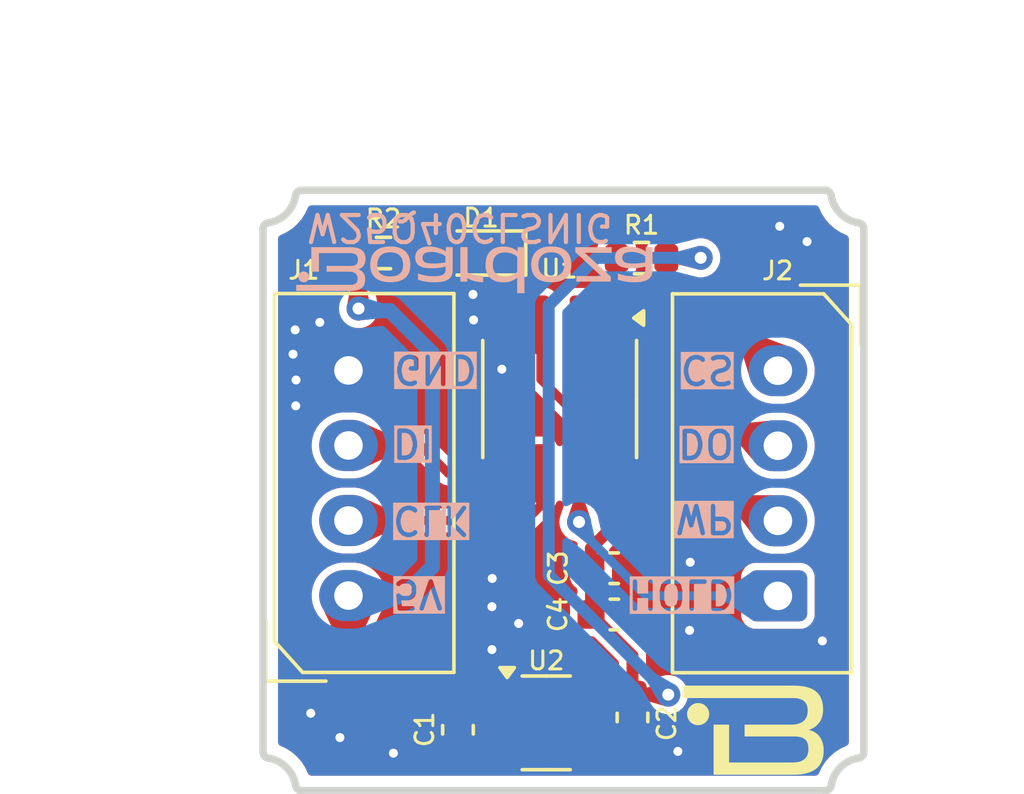
<source format=kicad_pcb>
(kicad_pcb (version 20240108) (generator "pcbnew") (generator_version "8.0")
  (layers (0 "F.Cu" signal) (31 "B.Cu" signal) (34 "B.Paste" user) (35 "F.Paste" user) (36 "B.SilkS" user "B.Silkscreen") (37 "F.SilkS" user "F.Silkscreen") (38 "B.Mask" user) (39 "F.Mask" user) (44 "Edge.Cuts" user))
  (net 0 "")
  (net 1 "+5V")
  (net 2 "GND")
  (net 3 "+3.3V")
  (net 4 "Net-(D1-A)")
  (net 5 "/DI")
  (net 6 "/{slash}HOLD")
  (net 7 "/DO")
  (net 8 "/{slash}CS")
  (net 9 "/{slash}WP")
  (net 10 "/CLK")
  (footprint "Resistor_SMD:R_0603_1608Metric" (layer "F.Cu") (at 159.21 80.65 180)
    (property "Reference" "R1")
    (property "Value" "10K" (hide yes))
  )
  (footprint "ConnectorsBoardoza:2317-04S_1x04_P2.50mm_Vertical" (layer "F.Cu") (at 149.455 91.89 90)
    (property "Reference" "J1")
    (property "Value" "Conn_01x04" (hide yes))
  )
  (footprint "Package_SO:SOIC-8_3.9x4.9mm_P1.27mm" (layer "F.Cu") (at 156.485 85.345 -90)
    (property "Reference" "U1")
    (property "Value" "W25Q40CLSNIG-TR" (hide yes))
  )
  (footprint "LED_SMD:LED_0603_1608Metric" (layer "F.Cu") (at 153.87 80.48 180)
    (property "Reference" "D1")
    (property "Value" "RED" (hide yes))
  )
  (footprint "Capacitor_SMD:C_0603_1608Metric" (layer "F.Cu") (at 158.3 90.98)
    (property "Reference" "C3")
    (property "Value" "100nF" (hide yes))
  )
  (footprint "Capacitor_SMD:C_0603_1608Metric" (layer "F.Cu") (at 158.91 95.95 -90)
    (property "Reference" "C2")
    (property "Value" "1uF" (hide yes))
  )
  (footprint "Resistor_SMD:R_0603_1608Metric" (layer "F.Cu") (at 150.62 80.48)
    (property "Reference" "R2")
    (property "Value" "10K" (hide yes))
  )
  (footprint "ConnectorsBoardoza:2317-04S_1x04_P2.50mm_Vertical" (layer "F.Cu") (at 163.75 84.4 -90)
    (property "Reference" "J2")
    (property "Value" "Conn_01x04" (hide yes))
  )
  (footprint "Package_TO_SOT_SMD:SOT-23-5" (layer "F.Cu") (at 156.0375 96.13)
    (property "Reference" "U2")
    (property "Value" "TLV73333PDBV" (hide yes))
  )
  (footprint "Capacitor_SMD:C_0603_1608Metric" (layer "F.Cu") (at 153.1 96.36 -90)
    (property "Reference" "C1")
    (property "Value" "1uF" (hide yes))
  )
  (footprint "Capacitor_SMD:C_0603_1608Metric" (layer "F.Cu") (at 158.305 92.52)
    (property "Reference" "C4")
    (property "Value" "10uF" (hide yes))
  )
  (gr_poly (pts (xy 158.967879 81.454462) (xy 159.045785 81.452938) (xy 159.08254 81.451029) (xy 159.117849 81.448349) (xy 159.151727 81.444896) (xy 159.184186 81.440667) (xy 159.215241 81.435657) (xy 159.244906 81.429864) (xy 159.273196 81.423285) (xy 159.300123 81.415915) (xy 159.325703 81.407751) (xy 159.349949 81.398791) (xy 159.372875 81.38903) (xy 159.394496 81.378466) (xy 159.414825 81.367095) (xy 159.433877 81.354913) (xy 159.451665 81.341917) (xy 159.468203 81.328103) (xy 159.483506 81.313469) (xy 159.497588 81.298012) (xy 159.510463 81.281726) (xy 159.522144 81.26461) (xy 159.532647 81.246659) (xy 159.541984 81.227871) (xy 159.55017 81.208242) (xy 159.557218 81.187768) (xy 159.563144 81.166447) (xy 159.567961 81.144274) (xy 159.571683 81.121247) (xy 159.574325 81.097361) (xy 159.575899 81.072615) (xy 159.576421 81.047003) (xy 159.576421 80.282358) (xy 159.348879 80.282358) (xy 159.348879 80.425234) (xy 159.326712 80.410747) (xy 159.302018 80.396155) (xy 159.274999 80.381603) (xy 159.245856 80.367232) (xy 159.214791 80.353187) (xy 159.182005 80.339611) (xy 159.147699 80.326647) (xy 159.112076 80.314439) (xy 159.075337 80.303131) (xy 159.037683 80.292865) (xy 158.999316 80.283784) (xy 158.960437 80.276034) (xy 158.921248 80.269755) (xy 158.881951 80.265094) (xy 158.842747 80.262191) (xy 158.803837 80.261192) (xy 158.760555 80.262155) (xy 158.717284 80.265176) (xy 158.674409 80.270453) (xy 158.632313 80.278183) (xy 158.611676 80.28303) (xy 158.591379 80.288564) (xy 158.571468 80.294811) (xy 158.551992 80.301794) (xy 158.532998 80.309539) (xy 158.514535 80.31807) (xy 158.49665 80.327412) (xy 158.479392 80.33759) (xy 158.462808 80.348629) (xy 158.446946 80.360552) (xy 158.431855 80.373385) (xy 158.417582 80.387153) (xy 158.404175 80.40188) (xy 158.391682 80.417591) (xy 158.380151 80.434311) (xy 158.369631 80.452064) (xy 158.360169 80.470875) (xy 158.351812 80.490769) (xy 158.34461 80.511771) (xy 158.33861 80.533904) (xy 158.333859 80.557195) (xy 158.330407 80.581667) (xy 158.3283 80.607346) (xy 158.327657 80.631609) (xy 158.571004 80.631609) (xy 158.571306 80.620129) (xy 158.572211 80.609006) (xy 158.573716 80.598241) (xy 158.57582 80.587834) (xy 158.578521 80.577785) (xy 158.581817 80.568095) (xy 158.585706 80.558765) (xy 158.590186 80.549795) (xy 158.595255 80.541185) (xy 158.600912 80.532936) (xy 158.607153 80.525049) (xy 158.613978 80.517523) (xy 158.621384 80.51036) (xy 158.62937 80.503559) (xy 158.637933 80.497122) (xy 158.647072 80.491049) (xy 158.667068 80.479996) (xy 158.689343 80.470404) (xy 158.713882 80.462278) (xy 158.740668 80.45562) (xy 158.769687 80.450435) (xy 158.800923 80.446726) (xy 158.83436 80.444498) (xy 158.869984 80.443755) (xy 158.900618 80.44443) (xy 158.931877 80.446427) (xy 158.963577 80.449702) (xy 158.995537 80.454214) (xy 159.027574 80.45992) (xy 159.059507 80.466777) (xy 159.091153 80.474742) (xy 159.12233 80.483773) (xy 159.152856 80.493827) (xy 159.182549 80.504862) (xy 159.211226 80.516835) (xy 159.238705 80.529703) (xy 159.264805 80.543424) (xy 159.289343 80.557955) (xy 159.312137 80.573253) (xy 159.333005 80.589276) (xy 159.333005 80.793005) (xy 159.291514 80.799914) (xy 159.246643 80.806606) (xy 159.198733 80.812864) (xy 159.148127 80.818471) (xy 159.095163 80.82321) (xy 159.040185 80.826863) (xy 158.983532 80.829214) (xy 158.925546 80.830046) (xy 158.881014 80.829504) (xy 158.839665 80.827814) (xy 158.801455 80.824884) (xy 158.783513 80.822925) (xy 158.766341 80.820621) (xy 158.749932 80.81796) (xy 158.734282 80.814931) (xy 158.719384 80.811522) (xy 158.705234 80.807722) (xy 158.691826 80.803519) (xy 158.679154 80.798901) (xy 158.667215 80.793857) (xy 158.656001 80.788374) (xy 158.645509 80.782443) (xy 158.635732 80.77605) (xy 158.626665 80.769184) (xy 158.618303 80.761833) (xy 158.610641 80.753987) (xy 158.603673 80.745633) (xy 158.597394 80.736759) (xy 158.591799 80.727355) (xy 158.586881 80.717408) (xy 158.582637 80.706906) (xy 158.57906 80.695839) (xy 158.576146 80.684195) (xy 158.573888 80.671961) (xy 158.572282 80.659126) (xy 158.571323 80.64568) (xy 158.571004 80.631609) (xy 158.327657 80.631609) (xy 158.327587 80.634255) (xy 158.32831 80.661111) (xy 158.330458 80.686635) (xy 158.333999 80.710857) (xy 158.338899 80.73381) (xy 158.345127 80.755524) (xy 158.35265 80.776031) (xy 158.361435 80.795363) (xy 158.37145 80.813552) (xy 158.382663 80.830627) (xy 158.395041 80.846622) (xy 158.408552 80.861568) (xy 158.423163 80.875496) (xy 158.438842 80.888437) (xy 158.455556 80.900424) (xy 158.473272 80.911487) (xy 158.49196 80.921659) (xy 158.532116 80.939451) (xy 158.575763 80.954054) (xy 158.622644 80.96572) (xy 158.672497 80.974699) (xy 158.725062 80.981245) (xy 158.780082 80.985608) (xy 158.837295 80.988041) (xy 158.896441 80.988796) (xy 158.95851 80.987711) (xy 159.019431 80.98458) (xy 159.078802 80.979588) (xy 159.13622 80.972922) (xy 159.191281 80.964767) (xy 159.243583 80.955311) (xy 159.292722 80.944738) (xy 159.338295 80.933234) (xy 159.338295 81.036421) (xy 159.337063 81.063711) (xy 159.333272 81.089044) (xy 159.326784 81.112446) (xy 159.322485 81.123432) (xy 159.317459 81.133945) (xy 159.311689 81.14399) (xy 159.305158 81.153569) (xy 159.297847 81.162686) (xy 159.28974 81.171344) (xy 159.280819 81.179546) (xy 159.271067 81.187297) (xy 159.260466 81.194599) (xy 159.248999 81.201455) (xy 159.223396 81.213847) (xy 159.194118 81.224498) (xy 159.161027 81.233436) (xy 159.123983 81.240688) (xy 159.082846 81.246282) (xy 159.037477 81.250243) (xy 158.987736 81.2526) (xy 158.933483 81.25338) (xy 158.898768 81.252921) (xy 158.864118 81.251571) (xy 158.8296 81.249369) (xy 158.79528 81.246352) (xy 158.761223 81.24256) (xy 158.727496 81.238032) (xy 158.694164 81.232806) (xy 158.661293 81.226922) (xy 158.628949 81.220417) (xy 158.597199 81.213331) (xy 158.566107 81.205702) (xy 158.53574 81.197569) (xy 158.506164 81.188971) (xy 158.477444 81.179947) (xy 158.449646 81.170536) (xy 158.422837 81.160775) (xy 158.422837 81.367151) (xy 158.44669 81.376416) (xy 158.472519 81.385336) (xy 158.500193 81.393876) (xy 158.52958 81.402001) (xy 158.592967 81.416869) (xy 158.661624 81.429659) (xy 158.734498 81.440092) (xy 158.810535 81.44789) (xy 158.88868 81.452773) (xy 158.967879 81.454463)) (fill solid) (layer "B.SilkS"))
  (gr_poly (pts (xy 153.938149 81.240151) (xy 153.891718 81.239512) (xy 153.847607 81.237649) (xy 153.805722 81.234639) (xy 153.765964 81.230559) (xy 153.728237 81.225487) (xy 153.692444 81.219501) (xy 153.658488 81.212677) (xy 153.626272 81.205093) (xy 153.5957 81.196828) (xy 153.566674 81.187958) (xy 153.539098 81.17856) (xy 153.512874 81.168713) (xy 153.487906 81.158494) (xy 153.464096 81.147981) (xy 153.441349 81.13725) (xy 153.419567 81.12638) (xy 153.419567 80.282359) (xy 153.178796 80.282359) (xy 153.178796 81.433296) (xy 153.406338 81.433296) (xy 153.408983 81.430651) (xy 153.408983 81.314234) (xy 153.433646 81.32886) (xy 153.459068 81.342935) (xy 153.485327 81.356406) (xy 153.512501 81.369218) (xy 153.540668 81.381317) (xy 153.569904 81.392648) (xy 153.600287 81.403158) (xy 153.631895 81.412791) (xy 153.664805 81.421495) (xy 153.699095 81.429214) (xy 153.734842 81.435894) (xy 153.772124 81.441482) (xy 153.811018 81.445922) (xy 153.851602 81.449161) (xy 153.893953 81.451144) (xy 153.938149 81.451817)) (fill solid) (layer "B.SilkS"))
  (gr_poly (pts (xy 152.316255 81.454462) (xy 152.39416 81.452938) (xy 152.430915 81.451029) (xy 152.466225 81.448349) (xy 152.500102 81.444896) (xy 152.532561 81.440667) (xy 152.563616 81.435657) (xy 152.593282 81.429864) (xy 152.621571 81.423285) (xy 152.648498 81.415915) (xy 152.674078 81.407751) (xy 152.698324 81.398791) (xy 152.72125 81.38903) (xy 152.742871 81.378466) (xy 152.7632 81.367095) (xy 152.782252 81.354913) (xy 152.80004 81.341917) (xy 152.816579 81.328103) (xy 152.831882 81.313469) (xy 152.845964 81.298012) (xy 152.858838 81.281726) (xy 152.87052 81.26461) (xy 152.881022 81.246659) (xy 152.890359 81.227871) (xy 152.898545 81.208242) (xy 152.905594 81.187768) (xy 152.91152 81.166447) (xy 152.916337 81.144274) (xy 152.920059 81.121247) (xy 152.9227 81.097361) (xy 152.924274 81.072615) (xy 152.924796 81.047003) (xy 152.924796 80.282358) (xy 152.697254 80.282358) (xy 152.697254 80.425234) (xy 152.675088 80.410747) (xy 152.650394 80.396155) (xy 152.623375 80.381603) (xy 152.594232 80.367232) (xy 152.563167 80.353187) (xy 152.530381 80.339611) (xy 152.496076 80.326647) (xy 152.460452 80.314439) (xy 152.423713 80.303131) (xy 152.386059 80.292865) (xy 152.347692 80.283784) (xy 152.308813 80.276034) (xy 152.269625 80.269755) (xy 152.230327 80.265094) (xy 152.191123 80.262191) (xy 152.152213 80.261192) (xy 152.108931 80.262155) (xy 152.06566 80.265176) (xy 152.022785 80.270453) (xy 151.980689 80.278183) (xy 151.960053 80.28303) (xy 151.939755 80.288564) (xy 151.919844 80.294811) (xy 151.900368 80.301794) (xy 151.881374 80.309539) (xy 151.862911 80.31807) (xy 151.845026 80.327412) (xy 151.827768 80.33759) (xy 151.811184 80.348629) (xy 151.795322 80.360552) (xy 151.780231 80.373385) (xy 151.765958 80.387153) (xy 151.752551 80.40188) (xy 151.740058 80.417591) (xy 151.728527 80.434311) (xy 151.718007 80.452064) (xy 151.708545 80.470875) (xy 151.700188 80.490769) (xy 151.692986 80.511771) (xy 151.686986 80.533904) (xy 151.682235 80.557195) (xy 151.678783 80.581667) (xy 151.676676 80.607346) (xy 151.676033 80.631609) (xy 151.919379 80.631609) (xy 151.919681 80.620129) (xy 151.920586 80.609006) (xy 151.922091 80.598241) (xy 151.924195 80.587834) (xy 151.926897 80.577785) (xy 151.930193 80.568095) (xy 151.934082 80.558765) (xy 151.938562 80.549795) (xy 151.943631 80.541185) (xy 151.949287 80.532936) (xy 151.955529 80.525049) (xy 151.962353 80.517523) (xy 151.96976 80.51036) (xy 151.977745 80.503559) (xy 151.986308 80.497122) (xy 151.995447 80.491049) (xy 152.015443 80.479996) (xy 152.037718 80.470404) (xy 152.062257 80.462278) (xy 152.089043 80.45562) (xy 152.118062 80.450435) (xy 152.149298 80.446726) (xy 152.182735 80.444498) (xy 152.218358 80.443755) (xy 152.248993 80.44443) (xy 152.280251 80.446427) (xy 152.311951 80.449702) (xy 152.343911 80.454214) (xy 152.375949 80.45992) (xy 152.407882 80.466777) (xy 152.439528 80.474742) (xy 152.470705 80.483773) (xy 152.50123 80.493827) (xy 152.530923 80.504862) (xy 152.5596 80.516835) (xy 152.58708 80.529703) (xy 152.61318 80.543424) (xy 152.637718 80.557955) (xy 152.660511 80.573253) (xy 152.681379 80.589276) (xy 152.681379 80.793005) (xy 152.639888 80.799914) (xy 152.595017 80.806606) (xy 152.547108 80.812864) (xy 152.496502 80.818471) (xy 152.443538 80.82321) (xy 152.38856 80.826863) (xy 152.331907 80.829214) (xy 152.273921 80.830046) (xy 152.229389 80.829504) (xy 152.18804 80.827814) (xy 152.14983 80.824884) (xy 152.131888 80.822925) (xy 152.114716 80.820621) (xy 152.098307 80.81796) (xy 152.082657 80.814931) (xy 152.067759 80.811522) (xy 152.053609 80.807722) (xy 152.040201 80.803519) (xy 152.02753 80.798901) (xy 152.01559 80.793857) (xy 152.004377 80.788374) (xy 151.993884 80.782443) (xy 151.984107 80.77605) (xy 151.97504 80.769184) (xy 151.966679 80.761833) (xy 151.959016 80.753987) (xy 151.952048 80.745633) (xy 151.945769 80.736759) (xy 151.940174 80.727355) (xy 151.935257 80.717408) (xy 151.931012 80.706906) (xy 151.927436 80.695839) (xy 151.924521 80.684195) (xy 151.922264 80.671961) (xy 151.920658 80.659126) (xy 151.919698 80.64568) (xy 151.919379 80.631609) (xy 151.676033 80.631609) (xy 151.675963 80.634255) (xy 151.676686 80.661111) (xy 151.678834 80.686635) (xy 151.682375 80.710857) (xy 151.687275 80.73381) (xy 151.693503 80.755524) (xy 151.701025 80.776031) (xy 151.709811 80.795363) (xy 151.719826 80.813552) (xy 151.731039 80.830627) (xy 151.743417 80.846622) (xy 151.756928 80.861568) (xy 151.771539 80.875496) (xy 151.787217 80.888437) (xy 151.803931 80.900424) (xy 151.821648 80.911487) (xy 151.840335 80.921659) (xy 151.880491 80.939451) (xy 151.924139 80.954054) (xy 151.971019 80.96572) (xy 152.020872 80.974699) (xy 152.073438 80.981245) (xy 152.128458 80.985608) (xy 152.18567 80.988041) (xy 152.244817 80.988796) (xy 152.306886 80.987711) (xy 152.367807 80.98458) (xy 152.427178 80.979588) (xy 152.484596 80.972922) (xy 152.539657 80.964767) (xy 152.591959 80.955311) (xy 152.641098 80.944738) (xy 152.686671 80.933234) (xy 152.686671 81.036421) (xy 152.685439 81.063711) (xy 152.681648 81.089044) (xy 152.67516 81.112446) (xy 152.670861 81.123432) (xy 152.665835 81.133945) (xy 152.660065 81.14399) (xy 152.653534 81.153569) (xy 152.646223 81.162686) (xy 152.638116 81.171344) (xy 152.629195 81.179546) (xy 152.619443 81.187297) (xy 152.608842 81.194599) (xy 152.597374 81.201455) (xy 152.571771 81.213847) (xy 152.542494 81.224498) (xy 152.509403 81.233436) (xy 152.472359 81.240688) (xy 152.431222 81.246282) (xy 152.385852 81.250243) (xy 152.336111 81.2526) (xy 152.281858 81.25338) (xy 152.247143 81.252921) (xy 152.212493 81.251571) (xy 152.177975 81.249369) (xy 152.143655 81.246352) (xy 152.109598 81.24256) (xy 152.075871 81.238032) (xy 152.042539 81.232806) (xy 152.009669 81.226922) (xy 151.977325 81.220417) (xy 151.945574 81.213331) (xy 151.914483 81.205702) (xy 151.884115 81.197569) (xy 151.854539 81.188971) (xy 151.825819 81.179947) (xy 151.798022 81.170536) (xy 151.771213 81.160775) (xy 151.771213 81.367151) (xy 151.795065 81.376416) (xy 151.820894 81.385336) (xy 151.848568 81.393876) (xy 151.877956 81.402001) (xy 151.941342 81.416869) (xy 152.009999 81.429659) (xy 152.082873 81.440092) (xy 152.15891 81.44789) (xy 152.237055 81.452773) (xy 152.316254 81.454463)) (fill solid) (layer "B.SilkS"))
  (gr_poly (pts (xy 147.975763 81.45423) (xy 147.9849 81.453535) (xy 147.993904 81.452391) (xy 148.002764 81.450808) (xy 148.011469 81.448799) (xy 148.020006 81.446375) (xy 148.028366 81.443546) (xy 148.036536 81.440325) (xy 148.044506 81.436722) (xy 148.052264 81.432749) (xy 148.059798 81.428416) (xy 148.067098 81.423737) (xy 148.074152 81.418721) (xy 148.080948 81.413379) (xy 148.087477 81.407724) (xy 148.093725 81.401767) (xy 148.099682 81.395519) (xy 148.105337 81.388991) (xy 148.110678 81.382194) (xy 148.115695 81.37514) (xy 148.120374 81.36784) (xy 148.124706 81.360306) (xy 148.12868 81.352548) (xy 148.132283 81.344579) (xy 148.135504 81.336408) (xy 148.138333 81.328049) (xy 148.140757 81.319511) (xy 148.142766 81.310806) (xy 148.144348 81.301946) (xy 148.145493 81.292942) (xy 148.146187 81.283805) (xy 148.146421 81.274547) (xy 148.146187 81.265288) (xy 148.145493 81.256151) (xy 148.144348 81.247147) (xy 148.142766 81.238287) (xy 148.140757 81.229583) (xy 148.138333 81.221045) (xy 148.135504 81.212686) (xy 148.132283 81.204515) (xy 148.12868 81.196546) (xy 148.124706 81.188788) (xy 148.120374 81.181254) (xy 148.115695 81.173954) (xy 148.110678 81.1669) (xy 148.105337 81.160103) (xy 148.099682 81.153575) (xy 148.093725 81.147327) (xy 148.087477 81.14137) (xy 148.080948 81.135715) (xy 148.074152 81.130374) (xy 148.067098 81.125357) (xy 148.059798 81.120678) (xy 148.052264 81.116345) (xy 148.044506 81.112372) (xy 148.036536 81.108769) (xy 148.028366 81.105548) (xy 148.020006 81.102719) (xy 148.011469 81.100295) (xy 148.002764 81.098286) (xy 147.993904 81.096703) (xy 147.9849 81.095559) (xy 147.975763 81.094865) (xy 147.966505 81.09463) (xy 147.957246 81.094865) (xy 147.948109 81.095559) (xy 147.939105 81.096703) (xy 147.930245 81.098286) (xy 147.921541 81.100295) (xy 147.913003 81.102719) (xy 147.904643 81.105548) (xy 147.896473 81.108769) (xy 147.888503 81.112372) (xy 147.880746 81.116345) (xy 147.873211 81.120678) (xy 147.865911 81.125357) (xy 147.858858 81.130374) (xy 147.852061 81.135715) (xy 147.845533 81.14137) (xy 147.839284 81.147327) (xy 147.833327 81.153575) (xy 147.827672 81.160103) (xy 147.822331 81.1669) (xy 147.817315 81.173954) (xy 147.812635 81.181254) (xy 147.808303 81.188788) (xy 147.80433 81.196546) (xy 147.800727 81.204515) (xy 147.797505 81.212686) (xy 147.794677 81.221045) (xy 147.792252 81.229583) (xy 147.790243 81.238287) (xy 147.788661 81.247147) (xy 147.787517 81.256151) (xy 147.786822 81.265288) (xy 147.786588 81.274547) (xy 147.786822 81.283805) (xy 147.787517 81.292942) (xy 147.788661 81.301946) (xy 147.790243 81.310806) (xy 147.792252 81.319511) (xy 147.794677 81.328049) (xy 147.797505 81.336408) (xy 147.800727 81.344579) (xy 147.80433 81.352548) (xy 147.808303 81.360306) (xy 147.812635 81.36784) (xy 147.817315 81.37514) (xy 147.822331 81.382194) (xy 147.827672 81.388991) (xy 147.833327 81.395519) (xy 147.839284 81.401767) (xy 147.845533 81.407724) (xy 147.852061 81.413379) (xy 147.858858 81.418721) (xy 147.865911 81.423737) (xy 147.873211 81.428416) (xy 147.880746 81.432749) (xy 147.888503 81.436722) (xy 147.896473 81.440325) (xy 147.904643 81.443546) (xy 147.913003 81.446375) (xy 147.921541 81.448799) (xy 147.930245 81.450808) (xy 147.939105 81.452391) (xy 147.948109 81.453535) (xy 147.957246 81.45423) (xy 147.966505 81.454464)) (fill solid) (layer "B.SilkS"))
  (gr_poly (pts (xy 155.311337 80.285005) (xy 155.083797 80.285005) (xy 155.083797 80.419943) (xy 155.063279 80.403801) (xy 155.041448 80.388167) (xy 155.018353 80.373114) (xy 154.994045 80.358716) (xy 154.968574 80.345047) (xy 154.941991 80.33218) (xy 154.914346 80.32019) (xy 154.88569 80.309148) (xy 154.856072 80.29913) (xy 154.825543 80.290209) (xy 154.794154 80.282458) (xy 154.761955 80.275951) (xy 154.728997 80.270762) (xy 154.695329 80.266965) (xy 154.661002 80.264632) (xy 154.626067 80.263838) (xy 154.589404 80.264458) (xy 154.55383 80.266314) (xy 154.519351 80.269404) (xy 154.485972 80.273724) (xy 154.453698 80.279271) (xy 154.422533 80.286041) (xy 154.392482 80.29403) (xy 154.363551 80.303236) (xy 154.335743 80.313656) (xy 154.309064 80.325285) (xy 154.283519 80.33812) (xy 154.259113 80.352158) (xy 154.235849 80.367396) (xy 154.213734 80.38383) (xy 154.192772 80.401457) (xy 154.172968 80.420273) (xy 154.154327 80.440275) (xy 154.136853 80.46146) (xy 154.120551 80.483824) (xy 154.105427 80.507363) (xy 154.091485 80.532075) (xy 154.07873 80.557956) (xy 154.067166 80.585003) (xy 154.0568 80.613212) (xy 154.047634 80.64258) (xy 154.039675 80.673103) (xy 154.032928 80.704779) (xy 154.027396 80.737602) (xy 154.023085 80.771572) (xy 154.02 80.806683) (xy 154.018145 80.842933) (xy 154.017657 80.87238) (xy 154.260942 80.87238) (xy 154.262438 80.825916) (xy 154.266957 80.781833) (xy 154.270364 80.76071) (xy 154.274545 80.740214) (xy 154.279505 80.720355) (xy 154.28525 80.701145) (xy 154.291786 80.682594) (xy 154.299117 80.664712) (xy 154.307252 80.64751) (xy 154.316194 80.631) (xy 154.32595 80.61519) (xy 154.336526 80.600093) (xy 154.347927 80.585719) (xy 154.36016 80.572078) (xy 154.37323 80.559182) (xy 154.387143 80.54704) (xy 154.401905 80.535663) (xy 154.417521 80.525063) (xy 154.433998 80.515249) (xy 154.451341 80.506233) (xy 154.469556 80.498025) (xy 154.488649 80.490636) (xy 154.508625 80.484076) (xy 154.529491 80.478357) (xy 154.551252 80.473488) (xy 154.573915 80.46948) (xy 154.597484 80.466344) (xy 154.621966 80.464091) (xy 154.647367 80.462732) (xy 154.673692 80.462276) (xy 154.702392 80.462951) (xy 154.730898 80.464943) (xy 154.759141 80.468206) (xy 154.78705 80.472694) (xy 154.814556 80.47836) (xy 154.841589 80.485158) (xy 154.86808 80.493042) (xy 154.893958 80.501964) (xy 154.919154 80.511878) (xy 154.943598 80.522738) (xy 154.967221 80.534497) (xy 154.989952 80.547108) (xy 155.011722 80.560526) (xy 155.032461 80.574703) (xy 155.052099 80.589594) (xy 155.070567 80.605151) (xy 155.073213 80.605151) (xy 155.073213 81.110505) (xy 155.05204 81.127865) (xy 155.030208 81.144218) (xy 155.00774 81.159548) (xy 154.98466 81.173839) (xy 154.960991 81.187076) (xy 154.936756 81.199243) (xy 154.911979 81.210325) (xy 154.886682 81.220307) (xy 154.860889 81.229172) (xy 154.834623 81.236905) (xy 154.807908 81.243491) (xy 154.780766 81.248914) (xy 154.753221 81.25316) (xy 154.725297 81.256211) (xy 154.697015 81.258053) (xy 154.668401 81.258671) (xy 154.622403 81.257356) (xy 154.578726 81.253359) (xy 154.557787 81.25033) (xy 154.537461 81.246602) (xy 154.51776 81.242165) (xy 154.498695 81.237008) (xy 154.480277 81.231123) (xy 154.462518 81.2245) (xy 154.445428 81.217129) (xy 154.429019 81.209) (xy 154.413302 81.200103) (xy 154.398288 81.19043) (xy 154.383988 81.17997) (xy 154.370413 81.168713) (xy 154.357574 81.15665) (xy 154.345484 81.143771) (xy 154.334151 81.130067) (xy 154.323589 81.115528) (xy 154.313807 81.100143) (xy 154.304818 81.083904) (xy 154.296632 81.066801) (xy 154.28926 81.048824) (xy 154.282714 81.029963) (xy 154.277004 81.010209) (xy 154.272143 80.989551) (xy 154.26814 80.967981) (xy 154.265007 80.945489) (xy 154.262756 80.922064) (xy 154.261397 80.897698) (xy 154.260942 80.87238) (xy 154.017657 80.87238) (xy 154.017526 80.880317) (xy 154.01822 80.917588) (xy 154.02029 80.953506) (xy 154.023717 80.988082) (xy 154.028481 81.021327) (xy 154.034563 81.053252) (xy 154.041943 81.083869) (xy 154.050602 81.113188) (xy 154.06052 81.141221) (xy 154.071679 81.167979) (xy 154.084059 81.193473) (xy 154.09764 81.217715) (xy 154.112403 81.240714) (xy 154.128329 81.262483) (xy 154.145399 81.283033) (xy 154.163592 81.302374) (xy 154.18289 81.320518) (xy 154.203273 81.337476) (xy 154.224722 81.35326) (xy 154.247217 81.367879) (xy 154.27074 81.381346) (xy 154.29527 81.393672) (xy 154.320788 81.404868) (xy 154.347276 81.414944) (xy 154.374713 81.423912) (xy 154.40308 81.431784) (xy 154.432358 81.43857) (xy 154.493569 81.448929) (xy 154.55819 81.455079) (xy 154.626067 81.457109) (xy 154.660825 81.456345) (xy 154.694652 81.454096) (xy 154.727549 81.450429) (xy 154.759516 81.44541) (xy 154.790553 81.439103) (xy 154.82066 81.431576) (xy 154.849836 81.422893) (xy 154.878083 81.413122) (xy 154.905399 81.402328) (xy 154.931785 81.390576) (xy 154.957241 81.377932) (xy 154.981766 81.364463) (xy 155.005362 81.350235) (xy 155.028027 81.335313) (xy 155.049762 81.319763) (xy 155.070567 81.303651) (xy 155.070567 81.819588) (xy 155.311337 81.819588)) (fill solid) (layer "B.SilkS"))
  (gr_poly (pts (xy 150.885967 81.453868) (xy 150.925504 81.452085) (xy 150.963781 81.44912) (xy 151.000795 81.444981) (xy 151.036543 81.439673) (xy 151.071024 81.433203) (xy 151.104234 81.425577) (xy 151.136171 81.416802) (xy 151.166834 81.406883) (xy 151.196219 81.395827) (xy 151.224324 81.38364) (xy 151.251146 81.370329) (xy 151.276684 81.3559) (xy 151.300935 81.340359) (xy 151.323896 81.323712) (xy 151.345564 81.305966) (xy 151.365939 81.287127) (xy 151.385016 81.267202) (xy 151.402794 81.246196) (xy 151.41927 81.224116) (xy 151.434443 81.200968) (xy 151.448308 81.176759) (xy 151.460865 81.151495) (xy 151.47211 81.125181) (xy 151.482041 81.097826) (xy 151.490656 81.069433) (xy 151.497952 81.040011) (xy 151.503927 81.009566) (xy 151.508578 80.978103) (xy 151.511904 80.945628) (xy 151.513901 80.912149) (xy 151.514567 80.877672) (xy 151.513901 80.840986) (xy 151.511904 80.805346) (xy 151.508578 80.77076) (xy 151.503927 80.737236) (xy 151.497952 80.704782) (xy 151.490656 80.673406) (xy 151.482041 80.643114) (xy 151.47211 80.613916) (xy 151.460865 80.585818) (xy 151.448308 80.558829) (xy 151.434443 80.532956) (xy 151.41927 80.508206) (xy 151.402794 80.484589) (xy 151.385016 80.462111) (xy 151.365939 80.44078) (xy 151.345564 80.420605) (xy 151.323896 80.401591) (xy 151.300935 80.383749) (xy 151.276684 80.367085) (xy 151.251146 80.351606) (xy 151.224324 80.337321) (xy 151.196219 80.324238) (xy 151.166834 80.312364) (xy 151.136171 80.301707) (xy 151.104234 80.292275) (xy 151.071024 80.284075) (xy 151.036543 80.277116) (xy 151.000795 80.271404) (xy 150.963781 80.266948) (xy 150.925504 80.263756) (xy 150.845171 80.261193) (xy 150.804383 80.261843) (xy 150.764868 80.263785) (xy 150.726627 80.267012) (xy 150.689661 80.271513) (xy 150.653973 80.277279) (xy 150.619563 80.284302) (xy 150.586433 80.292572) (xy 150.554584 80.302079) (xy 150.524018 80.312815) (xy 150.494737 80.324771) (xy 150.466741 80.337937) (xy 150.440033 80.352303) (xy 150.414613 80.367862) (xy 150.390484 80.384603) (xy 150.367646 80.402518) (xy 150.346101 80.421596) (xy 150.32585 80.44183) (xy 150.306896 80.463209) (xy 150.289239 80.485725) (xy 150.27288 80.509369) (xy 150.257822 80.53413) (xy 150.244066 80.56) (xy 150.231613 80.586971) (xy 150.220465 80.615031) (xy 150.210623 80.644173) (xy 150.202088 80.674388) (xy 150.194863 80.705665) (xy 150.188948 80.737995) (xy 150.184344 80.771371) (xy 150.181055 80.805781) (xy 150.17908 80.841218) (xy 150.178421 80.877672) (xy 150.416546 80.877672) (xy 150.416979 80.852721) (xy 150.418278 80.828473) (xy 150.42044 80.804935) (xy 150.42346 80.782112) (xy 150.427337 80.760009) (xy 150.432068 80.738634) (xy 150.43765 80.717991) (xy 150.444079 80.698086) (xy 150.451353 80.678925) (xy 150.45947 80.660514) (xy 150.468425 80.642859) (xy 150.478217 80.625966) (xy 150.488842 80.60984) (xy 150.500297 80.594487) (xy 150.512579 80.579914) (xy 150.525687 80.566125) (xy 150.539616 80.553126) (xy 150.554363 80.540925) (xy 150.569927 80.529525) (xy 150.586303 80.518934) (xy 150.60349 80.509156) (xy 150.621483 80.500199) (xy 150.640281 80.492066) (xy 150.65988 80.484765) (xy 150.680278 80.478302) (xy 150.701471 80.472681) (xy 150.723456 80.467909) (xy 150.746231 80.463992) (xy 150.769793 80.460935) (xy 150.794139 80.458744) (xy 150.819266 80.457425) (xy 150.845171 80.456984) (xy 150.871076 80.457455) (xy 150.896203 80.45886) (xy 150.920549 80.461187) (xy 150.944111 80.464426) (xy 150.966886 80.468563) (xy 150.988872 80.473588) (xy 151.010065 80.479489) (xy 151.030462 80.486254) (xy 151.050061 80.493871) (xy 151.068859 80.50233) (xy 151.086853 80.511618) (xy 151.104039 80.521724) (xy 151.120416 80.532636) (xy 151.135979 80.544343) (xy 151.150727 80.556833) (xy 151.164656 80.570093) (xy 151.177763 80.584114) (xy 151.190046 80.598882) (xy 151.201501 80.614387) (xy 151.212126 80.630617) (xy 151.221917 80.647559) (xy 151.230873 80.665204) (xy 151.238989 80.683538) (xy 151.246263 80.70255) (xy 151.252693 80.722229) (xy 151.258274 80.742563) (xy 151.263005 80.763541) (xy 151.266882 80.78515) (xy 151.269903 80.807379) (xy 151.272064 80.830217) (xy 151.273363 80.853652) (xy 151.273797 80.877672) (xy 151.273378 80.901578) (xy 151.272122 80.924681) (xy 151.270029 80.946983) (xy 151.267099 80.968488) (xy 151.263332 80.989198) (xy 151.258728 81.009117) (xy 151.253286 81.028247) (xy 151.247007 81.046592) (xy 151.239892 81.064153) (xy 151.231939 81.080935) (xy 151.223148 81.096939) (xy 151.213521 81.112169) (xy 151.203056 81.126628) (xy 151.191755 81.140318) (xy 151.179616 81.153244) (xy 151.16664 81.165406) (xy 151.152827 81.176809) (xy 151.138177 81.187455) (xy 151.122689 81.197347) (xy 151.106364 81.206489) (xy 151.089203 81.214882) (xy 151.071204 81.22253) (xy 151.052368 81.229436) (xy 151.032694 81.235603) (xy 151.012184 81.241034) (xy 150.990837 81.24573) (xy 150.94563 81.252935) (xy 150.897075 81.257241) (xy 150.845171 81.258671) (xy 150.793267 81.257358) (xy 150.744712 81.253369) (xy 150.72169 81.250351) (xy 150.699505 81.246637) (xy 150.678158 81.24222) (xy 150.657648 81.237091) (xy 150.637974 81.231241) (xy 150.619138 81.224662) (xy 150.601139 81.217344) (xy 150.583978 81.209279) (xy 150.567653 81.200458) (xy 150.552166 81.190873) (xy 150.537515 81.180515) (xy 150.523702 81.169375) (xy 150.510726 81.157444) (xy 150.498587 81.144713) (xy 150.487286 81.131175) (xy 150.476821 81.11682) (xy 150.467194 81.101639) (xy 150.458404 81.085624) (xy 150.450451 81.068766) (xy 150.443335 81.051056) (xy 150.437056 81.032486) (xy 150.431615 81.013047) (xy 150.42701 80.99273) (xy 150.423243 80.971526) (xy 150.420313 80.949428) (xy 150.41822 80.926425) (xy 150.416964 80.902509) (xy 150.416546 80.877672) (xy 150.178421 80.877672) (xy 150.179087 80.911917) (xy 150.181084 80.945192) (xy 150.184408 80.977491) (xy 150.189056 81.008806) (xy 150.195026 81.039128) (xy 150.202315 81.068451) (xy 150.21092 81.096765) (xy 150.220837 81.124065) (xy 150.232065 81.150341) (xy 150.244599 81.175586) (xy 150.258438 81.199793) (xy 150.273578 81.222953) (xy 150.290017 81.245059) (xy 150.30775 81.266103) (xy 150.326777 81.286077) (xy 150.347093 81.304974) (xy 150.368696 81.322785) (xy 150.391583 81.339504) (xy 150.41575 81.355122) (xy 150.441196 81.369631) (xy 150.467917 81.383024) (xy 150.49591 81.395294) (xy 150.525172 81.406431) (xy 150.5557 81.416429) (xy 150.587493 81.42528) (xy 150.620545 81.432976) (xy 150.654856 81.439509) (xy 150.690421 81.444872) (xy 150.765304 81.452055) (xy 150.845171 81.454463) (xy 150.845171 81.454464)) (fill solid) (layer "B.SilkS"))
  (gr_poly (pts (xy 158.187358 81.269255) (xy 157.32217 80.472859) (xy 158.216462 80.475506) (xy 158.216462 80.285005) (xy 157.00467 80.285005) (xy 157.00467 80.449047) (xy 157.867212 81.248089) (xy 157.039066 81.245443) (xy 157.039066 81.433296) (xy 158.187358 81.433296)) (fill solid) (layer "B.SilkS"))
  (gr_poly (pts (xy 149.58051 81.741659) (xy 149.633178 81.737971) (xy 149.682815 81.731663) (xy 149.729332 81.722602) (xy 149.77264 81.710659) (xy 149.793063 81.703564) (xy 149.81265 81.6957) (xy 149.83139 81.687048) (xy 149.849272 81.677594) (xy 149.866285 81.667319) (xy 149.882418 81.656209) (xy 149.897659 81.644245) (xy 149.911998 81.631413) (xy 149.925423 81.617695) (xy 149.937924 81.603075) (xy 149.949488 81.587536) (xy 149.960105 81.571063) (xy 149.969764 81.553638) (xy 149.978453 81.535244) (xy 149.986162 81.515867) (xy 149.99288 81.495489) (xy 149.998594 81.474093) (xy 150.003294 81.451663) (xy 150.00697 81.428183) (xy 150.009609 81.403636) (xy 150.0112 81.378006) (xy 150.011733 81.351277) (xy 150.011426 81.33368) (xy 150.010514 81.316604) (xy 150.009012 81.300044) (xy 150.006938 81.283994) (xy 150.004305 81.268447) (xy 150.001129 81.253399) (xy 149.997426 81.238843) (xy 149.993212 81.224773) (xy 149.988502 81.211183) (xy 149.983311 81.198069) (xy 149.977655 81.185423) (xy 149.97155 81.173241) (xy 149.96501 81.161516) (xy 149.958052 81.150242) (xy 149.942942 81.129027) (xy 149.926343 81.109547) (xy 149.90838 81.091757) (xy 149.889178 81.075611) (xy 149.868858 81.061061) (xy 149.847547 81.048062) (xy 149.825368 81.036567) (xy 149.802444 81.026529) (xy 149.7789 81.017901) (xy 149.791703 81.014932) (xy 149.804307 81.011482) (xy 149.816697 81.007549) (xy 149.828861 81.003132) (xy 149.840784 80.998231) (xy 149.852454 80.992844) (xy 149.863856 80.986972) (xy 149.874977 80.980611) (xy 149.885803 80.973763) (xy 149.896322 80.966425) (xy 149.906518 80.958597) (xy 149.91638 80.950277) (xy 149.925892 80.941466) (xy 149.935043 80.932161) (xy 149.943817 80.922362) (xy 149.952202 80.912068) (xy 149.960184 80.901277) (xy 149.967749 80.88999) (xy 149.974884 80.878205) (xy 149.981575 80.865921) (xy 149.987809 80.853136) (xy 149.993571 80.839851) (xy 149.99885 80.826064) (xy 150.00363 80.811774) (xy 150.007899 80.79698) (xy 150.011643 80.781682) (xy 150.014848 80.765877) (xy 150.0175 80.749566) (xy 150.019587 80.732747) (xy 150.021094 80.715419) (xy 150.022009 80.697582) (xy 150.022316 80.679234) (xy 150.021806 80.653661) (xy 150.020275 80.629025) (xy 150.01773 80.605318) (xy 150.014172 80.582532) (xy 150.009607 80.560659) (xy 150.004039 80.53969) (xy 149.99747 80.519618) (xy 149.989905 80.500434) (xy 149.981348 80.482129) (xy 149.971803 80.464696) (xy 149.961273 80.448126) (xy 149.949763 80.432412) (xy 149.937276 80.417544) (xy 149.923816 80.403515) (xy 149.909387 80.390316) (xy 149.893994 80.37794) (xy 149.877639 80.366377) (xy 149.860326 80.35562) (xy 149.842061 80.345661) (xy 149.822846 80.33649) (xy 149.802685 80.328101) (xy 149.781582 80.320484) (xy 149.759541 80.313632) (xy 149.736567 80.307536) (xy 149.712662 80.302188) (xy 149.687831 80.29758) (xy 149.662077 80.293703) (xy 149.635405 80.29055) (xy 149.57932 80.28638) (xy 149.519608 80.285005) (xy 148.217859 80.285005) (xy 148.217859 81.102568) (xy 148.471859 81.102568) (xy 148.471859 80.483443) (xy 149.506379 80.483443) (xy 149.537226 80.484223) (xy 149.566252 80.486585) (xy 149.593432 80.490559) (xy 149.618745 80.496176) (xy 149.630693 80.499611) (xy 149.642166 80.503468) (xy 149.65316 80.507751) (xy 149.663672 80.512464) (xy 149.6737 80.517612) (xy 149.683241 80.523198) (xy 149.692291 80.529225) (xy 149.700848 80.535698) (xy 149.708909 80.542621) (xy 149.716471 80.549997) (xy 149.723531 80.557831) (xy 149.730087 80.566125) (xy 149.736134 80.574885) (xy 149.741671 80.584114) (xy 149.746695 80.593816) (xy 149.751202 80.603994) (xy 149.755189 80.614653) (xy 149.758655 80.625796) (xy 149.761595 80.637428) (xy 149.764007 80.649552) (xy 149.765888 80.662172) (xy 149.767235 80.675292) (xy 149.768046 80.688916) (xy 149.768317 80.703047) (xy 149.768084 80.717141) (xy 149.767387 80.730654) (xy 149.766226 80.743596) (xy 149.764601 80.755974) (xy 149.762513 80.767799) (xy 149.759963 80.779077) (xy 149.75695 80.789819) (xy 149.753475 80.800033) (xy 149.74954 80.809728) (xy 149.745143 80.818912) (xy 149.740286 80.827594) (xy 149.73497 80.835783) (xy 149.729194 80.843488) (xy 149.72296 80.850716) (xy 149.716267 80.857478) (xy 149.709116 80.863782) (xy 149.701508 80.869635) (xy 149.693443 80.875048) (xy 149.684922 80.880029) (xy 149.675945 80.884587) (xy 149.666513 80.888729) (xy 149.656625 80.892466) (xy 149.646283 80.895806) (xy 149.635488 80.898756) (xy 149.624238 80.901328) (xy 149.612536 80.903528) (xy 149.587775 80.906849) (xy 149.561207 80.908791) (xy 149.532838 80.909423) (xy 148.725858 80.909423) (xy 148.725858 81.102568) (xy 149.485213 81.102568) (xy 149.515306 81.103351) (xy 149.54402 81.105736) (xy 149.571277 81.109771) (xy 149.596999 81.115508) (xy 149.60926 81.11903) (xy 149.621109 81.122996) (xy 149.632535 81.127413) (xy 149.643528 81.132287) (xy 149.65408 81.137624) (xy 149.664181 81.14343) (xy 149.67382 81.149713) (xy 149.682989 81.156477) (xy 149.691676 81.163729) (xy 149.699874 81.171476) (xy 149.707571 81.179725) (xy 149.714759 81.18848) (xy 149.721428 81.197749) (xy 149.727567 81.207538) (xy 149.733168 81.217852) (xy 149.73822 81.2287) (xy 149.742715 81.240086) (xy 149.746641 81.252017) (xy 149.74999 81.264499) (xy 149.752752 81.277539) (xy 149.754917 81.291143) (xy 149.756475 81.305317) (xy 149.757417 81.320068) (xy 149.757733 81.335401) (xy 149.757478 81.348556) (xy 149.756715 81.361234) (xy 149.755446 81.37344) (xy 149.753677 81.385176) (xy 149.751409 81.396447) (xy 149.748647 81.407257) (xy 149.745393 81.41761) (xy 149.741652 81.427509) (xy 149.737426 81.436959) (xy 149.732719 81.445963) (xy 149.727534 81.454525) (xy 149.721875 81.462649) (xy 149.715745 81.470339) (xy 149.709148 81.477599) (xy 149.702086 81.484433) (xy 149.694564 81.490844) (xy 149.686585 81.496837) (xy 149.678151 81.502414) (xy 149.669267 81.507581) (xy 149.659936 81.512341) (xy 149.650161 81.516698) (xy 149.639945 81.520656) (xy 149.629293 81.524219) (xy 149.618207 81.52739) (xy 149.606691 81.530173) (xy 149.594748 81.532573) (xy 149.582381 81.534593) (xy 149.569595 81.536237) (xy 149.542775 81.538412) (xy 149.514317 81.53913) (xy 147.71515 81.53913) (xy 147.71515 81.74286) (xy 149.5249 81.74286)) (fill solid) (layer "B.SilkS"))
  (gr_poly (pts (xy 156.246424 81.453868) (xy 156.285961 81.452085) (xy 156.324238 81.44912) (xy 156.361252 81.444981) (xy 156.397 81.439673) (xy 156.431481 81.433203) (xy 156.464691 81.425577) (xy 156.496629 81.416802) (xy 156.527291 81.406883) (xy 156.556676 81.395827) (xy 156.584781 81.38364) (xy 156.611604 81.370329) (xy 156.637141 81.3559) (xy 156.661392 81.340359) (xy 156.684353 81.323712) (xy 156.706022 81.305966) (xy 156.726396 81.287127) (xy 156.745473 81.267202) (xy 156.763251 81.246196) (xy 156.779728 81.224116) (xy 156.7949 81.200968) (xy 156.808765 81.176759) (xy 156.821322 81.151495) (xy 156.832567 81.125181) (xy 156.842498 81.097826) (xy 156.851113 81.069433) (xy 156.858409 81.040011) (xy 156.864384 81.009566) (xy 156.869035 80.978103) (xy 156.872361 80.945628) (xy 156.874358 80.912149) (xy 156.875024 80.877672) (xy 156.874358 80.840986) (xy 156.872361 80.805346) (xy 156.869035 80.77076) (xy 156.864384 80.737236) (xy 156.858409 80.704782) (xy 156.851113 80.673406) (xy 156.842498 80.643114) (xy 156.832567 80.613916) (xy 156.821322 80.585818) (xy 156.808765 80.558829) (xy 156.7949 80.532956) (xy 156.779728 80.508206) (xy 156.763252 80.484589) (xy 156.745474 80.462111) (xy 156.726396 80.44078) (xy 156.706022 80.420605) (xy 156.684353 80.401591) (xy 156.661392 80.383749) (xy 156.637142 80.367085) (xy 156.611604 80.351606) (xy 156.584782 80.337321) (xy 156.556677 80.324238) (xy 156.527292 80.312364) (xy 156.496629 80.301707) (xy 156.464692 80.292275) (xy 156.431481 80.284075) (xy 156.397001 80.277116) (xy 156.361252 80.271404) (xy 156.324238 80.266948) (xy 156.285962 80.263756) (xy 156.205628 80.261193) (xy 156.16484 80.261843) (xy 156.125325 80.263785) (xy 156.087084 80.267012) (xy 156.050118 80.271513) (xy 156.01443 80.277279) (xy 155.98002 80.284302) (xy 155.94689 80.292572) (xy 155.915041 80.302079) (xy 155.884476 80.312815) (xy 155.855194 80.324771) (xy 155.827199 80.337937) (xy 155.80049 80.352303) (xy 155.775071 80.367862) (xy 155.750941 80.384603) (xy 155.728103 80.402518) (xy 155.706558 80.421596) (xy 155.686308 80.44183) (xy 155.667353 80.463209) (xy 155.649696 80.485725) (xy 155.633338 80.509369) (xy 155.61828 80.53413) (xy 155.604524 80.56) (xy 155.592071 80.586971) (xy 155.580922 80.615031) (xy 155.57108 80.644173) (xy 155.562546 80.674388) (xy 155.55532 80.705665) (xy 155.549405 80.737995) (xy 155.544802 80.771371) (xy 155.541512 80.805781) (xy 155.539537 80.841218) (xy 155.538878 80.877672) (xy 155.777004 80.877672) (xy 155.777438 80.852721) (xy 155.778737 80.828473) (xy 155.780898 80.804935) (xy 155.783919 80.782112) (xy 155.787796 80.760009) (xy 155.792526 80.738634) (xy 155.798108 80.717991) (xy 155.804537 80.698086) (xy 155.811812 80.678925) (xy 155.819928 80.660514) (xy 155.828883 80.642859) (xy 155.838675 80.625966) (xy 155.849299 80.60984) (xy 155.860755 80.594487) (xy 155.873037 80.579914) (xy 155.886144 80.566125) (xy 155.900073 80.553126) (xy 155.914821 80.540925) (xy 155.930384 80.529525) (xy 155.946761 80.518934) (xy 155.963947 80.509156) (xy 155.981941 80.500199) (xy 156.000738 80.492066) (xy 156.020337 80.484765) (xy 156.040735 80.478302) (xy 156.061928 80.472681) (xy 156.083913 80.467909) (xy 156.106689 80.463992) (xy 156.130251 80.460935) (xy 156.154597 80.458744) (xy 156.179723 80.457425) (xy 156.205628 80.456984) (xy 156.231533 80.457455) (xy 156.25666 80.45886) (xy 156.281006 80.461187) (xy 156.304568 80.464426) (xy 156.327343 80.468563) (xy 156.349329 80.473588) (xy 156.370522 80.479489) (xy 156.390919 80.486254) (xy 156.410519 80.493871) (xy 156.429316 80.50233) (xy 156.44731 80.511618) (xy 156.464496 80.521724) (xy 156.480873 80.532636) (xy 156.496436 80.544343) (xy 156.511184 80.556833) (xy 156.525113 80.570093) (xy 156.53822 80.584114) (xy 156.550503 80.598882) (xy 156.561958 80.614387) (xy 156.572583 80.630617) (xy 156.582374 80.647559) (xy 156.59133 80.665204) (xy 156.599446 80.683538) (xy 156.60672 80.70255) (xy 156.61315 80.722229) (xy 156.618731 80.742563) (xy 156.623462 80.763541) (xy 156.627339 80.78515) (xy 156.63036 80.807379) (xy 156.632521 80.830217) (xy 156.63382 80.853652) (xy 156.634254 80.877672) (xy 156.633835 80.901578) (xy 156.632579 80.924681) (xy 156.630486 80.946983) (xy 156.627556 80.968488) (xy 156.623789 80.989198) (xy 156.619185 81.009117) (xy 156.613743 81.028247) (xy 156.607464 81.046592) (xy 156.600348 81.064153) (xy 156.592395 81.080935) (xy 156.583605 81.096939) (xy 156.573978 81.112169) (xy 156.563513 81.126628) (xy 156.552212 81.140318) (xy 156.540073 81.153244) (xy 156.527097 81.165406) (xy 156.513284 81.176809) (xy 156.498634 81.187455) (xy 156.483146 81.197347) (xy 156.466822 81.206489) (xy 156.44966 81.214882) (xy 156.431661 81.22253) (xy 156.412825 81.229436) (xy 156.393152 81.235603) (xy 156.372641 81.241034) (xy 156.351294 81.24573) (xy 156.306087 81.252935) (xy 156.257532 81.257241) (xy 156.205628 81.258671) (xy 156.153725 81.257358) (xy 156.10517 81.253369) (xy 156.082148 81.250351) (xy 156.059963 81.246637) (xy 156.038616 81.24222) (xy 156.018105 81.237091) (xy 155.998432 81.231241) (xy 155.979596 81.224662) (xy 155.961597 81.217344) (xy 155.944436 81.209279) (xy 155.928111 81.200458) (xy 155.912624 81.190873) (xy 155.897973 81.180515) (xy 155.88416 81.169375) (xy 155.871184 81.157444) (xy 155.859046 81.144713) (xy 155.847744 81.131175) (xy 155.83728 81.11682) (xy 155.827652 81.101639) (xy 155.818862 81.085624) (xy 155.810909 81.068766) (xy 155.803793 81.051056) (xy 155.797515 81.032486) (xy 155.792073 81.013047) (xy 155.787469 80.99273) (xy 155.783702 80.971526) (xy 155.780771 80.949428) (xy 155.778679 80.926425) (xy 155.777423 80.902509) (xy 155.777004 80.877672) (xy 155.538878 80.877672) (xy 155.539545 80.911917) (xy 155.541541 80.945192) (xy 155.544865 80.977491) (xy 155.549513 81.008806) (xy 155.555484 81.039128) (xy 155.562772 81.068451) (xy 155.571377 81.096765) (xy 155.581295 81.124065) (xy 155.592522 81.150341) (xy 155.605057 81.175586) (xy 155.618895 81.199793) (xy 155.634035 81.222953) (xy 155.650474 81.245059) (xy 155.668208 81.266103) (xy 155.687234 81.286077) (xy 155.70755 81.304974) (xy 155.729153 81.322785) (xy 155.75204 81.339504) (xy 155.776208 81.355122) (xy 155.801653 81.369631) (xy 155.828374 81.383024) (xy 155.856367 81.395294) (xy 155.885629 81.406431) (xy 155.916158 81.416429) (xy 155.94795 81.42528) (xy 155.981003 81.432976) (xy 156.015313 81.439509) (xy 156.050878 81.444872) (xy 156.125761 81.452055) (xy 156.205628 81.454463) (xy 156.205628 81.454464)) (fill solid) (layer "B.SilkS"))
  (gr_poly (pts (xy 164.376589 94.891931) (xy 164.483951 94.899395) (xy 164.585085 94.91217) (xy 164.679818 94.930531) (xy 164.767974 94.954752) (xy 164.809532 94.969146) (xy 164.84938 94.985107) (xy 164.887496 95.002671) (xy 164.92386 95.021872) (xy 164.958449 95.042743) (xy 164.991241 95.06532) (xy 165.022214 95.089635) (xy 165.051347 95.115725) (xy 165.078618 95.143623) (xy 165.104006 95.173363) (xy 165.127487 95.204979) (xy 165.149041 95.238507) (xy 165.168646 95.273979) (xy 165.18628 95.311432) (xy 165.201921 95.350898) (xy 165.215547 95.392412) (xy 165.227136 95.436009) (xy 165.236667 95.481722) (xy 165.244118 95.529587) (xy 165.249468 95.579636) (xy 165.252693 95.631906) (xy 165.253773 95.686429) (xy 165.25315 95.722075) (xy 165.251302 95.756689) (xy 165.24826 95.790282) (xy 165.244053 95.822864) (xy 165.238712 95.854445) (xy 165.232269 95.885034) (xy 165.224753 95.914643) (xy 165.216194 95.943281) (xy 165.206624 95.970959) (xy 165.196073 95.997687) (xy 165.184572 96.023475) (xy 165.17215 96.048332) (xy 165.158839 96.07227) (xy 165.14467 96.095299) (xy 165.113875 96.138668) (xy 165.080011 96.178521) (xy 165.043321 96.214939) (xy 165.00405 96.248004) (xy 164.962442 96.277797) (xy 164.918742 96.3044) (xy 164.873192 96.327894) (xy 164.826038 96.34836) (xy 164.777523 96.365879) (xy 164.803666 96.371874) (xy 164.829391 96.378848) (xy 164.854671 96.386803) (xy 164.87948 96.395741) (xy 164.90379 96.405663) (xy 164.927573 96.416572) (xy 164.950804 96.428471) (xy 164.973456 96.44136) (xy 164.9955 96.455242) (xy 165.01691 96.470119) (xy 165.037659 96.485993) (xy 165.05772 96.502866) (xy 165.077066 96.52074) (xy 165.09567 96.539618) (xy 165.113505 96.5595) (xy 165.130544 96.58039) (xy 165.146759 96.602289) (xy 165.162124 96.625199) (xy 165.176612 96.649123) (xy 165.190196 96.674062) (xy 165.202848 96.700018) (xy 165.214542 96.726994) (xy 165.22525 96.754991) (xy 165.234946 96.784012) (xy 165.243603 96.814058) (xy 165.251193 96.845132) (xy 165.25769 96.877235) (xy 165.263066 96.91037) (xy 165.267294 96.944539) (xy 165.270348 96.979743) (xy 165.2722 97.015985) (xy 165.272823 97.053267) (xy 165.271783 97.105294) (xy 165.268667 97.155422) (xy 165.263484 97.203666) (xy 165.256241 97.250042) (xy 165.246948 97.294568) (xy 165.235611 97.337259) (xy 165.22224 97.378131) (xy 165.206843 97.417201) (xy 165.189426 97.454485) (xy 165.17 97.49) (xy 165.148571 97.523761) (xy 165.125148 97.555785) (xy 165.09974 97.586088) (xy 165.072353 97.614687) (xy 165.042997 97.641597) (xy 165.011679 97.666836) (xy 164.978408 97.690418) (xy 164.943192 97.712362) (xy 164.906039 97.732682) (xy 164.866956 97.751395) (xy 164.825953 97.768517) (xy 164.783038 97.784066) (xy 164.738217 97.798056) (xy 164.6915 97.810504) (xy 164.642896 97.821427) (xy 164.59241 97.830841) (xy 164.540053 97.838762) (xy 164.485832 97.845206) (xy 164.371832 97.85373) (xy 164.250473 97.856542) (xy 161.607286 97.856542) (xy 161.608874 97.856541) (xy 161.608874 96.189666) (xy 162.124811 96.189666) (xy 162.124811 97.450141) (xy 164.229837 97.450141) (xy 164.293138 97.448566) (xy 164.352641 97.443794) (xy 164.408308 97.435752) (xy 164.460098 97.424369) (xy 164.484527 97.417401) (xy 164.507972 97.409572) (xy 164.530429 97.40087) (xy 164.551891 97.391289) (xy 164.572355 97.380818) (xy 164.591815 97.369448) (xy 164.610266 97.357171) (xy 164.627703 97.343977) (xy 164.644123 97.329858) (xy 164.659518 97.314804) (xy 164.673885 97.298807) (xy 164.687219 97.281857) (xy 164.699515 97.263945) (xy 164.710767 97.245063) (xy 164.720971 97.225202) (xy 164.730122 97.204352) (xy 164.738215 97.182504) (xy 164.745245 97.159649) (xy 164.751207 97.135779) (xy 164.756096 97.110885) (xy 164.759907 97.084956) (xy 164.762635 97.057985) (xy 164.764276 97.029962) (xy 164.764824 97.000879) (xy 164.764354 96.971887) (xy 164.762945 96.944129) (xy 164.760598 96.917587) (xy 164.757311 96.892238) (xy 164.753086 96.868062) (xy 164.747924 96.845039) (xy 164.741823 96.823147) (xy 164.734785 96.802367) (xy 164.72681 96.782678) (xy 164.717898 96.764058) (xy 164.70805 96.746488) (xy 164.697265 96.729947) (xy 164.685544 96.714413) (xy 164.672888 96.699868) (xy 164.659296 96.686289) (xy 164.644769 96.673656) (xy 164.629307 96.661948) (xy 164.612911 96.651146) (xy 164.59558 96.641228) (xy 164.577316 96.632173) (xy 164.558118 96.623961) (xy 164.537986 96.616572) (xy 164.516922 96.609984) (xy 164.494924 96.604178) (xy 164.471994 96.599132) (xy 164.448132 96.594825) (xy 164.397612 96.588349) (xy 164.343367 96.584585) (xy 164.285399 96.583367) (xy 162.640749 96.583367) (xy 162.640749 96.189666) (xy 164.186973 96.189666) (xy 164.248396 96.188051) (xy 164.30695 96.183146) (xy 164.362487 96.174859) (xy 164.414854 96.1631) (xy 164.439802 96.155891) (xy 164.4639 96.147779) (xy 164.487131 96.138754) (xy 164.509475 96.128805) (xy 164.530913 96.117919) (xy 164.551426 96.106086) (xy 164.570996 96.093295) (xy 164.589603 96.079533) (xy 164.607229 96.064791) (xy 164.623855 96.049055) (xy 164.639462 96.032316) (xy 164.65403 96.014561) (xy 164.667542 95.995779) (xy 164.679978 95.97596) (xy 164.691319 95.955091) (xy 164.701547 95.933161) (xy 164.710642 95.910159) (xy 164.718586 95.886074) (xy 164.725359 95.860895) (xy 164.730943 95.834609) (xy 164.73532 95.807206) (xy 164.738469 95.778674) (xy 164.740372 95.749002) (xy 164.741011 95.718179) (xy 164.740496 95.69157) (xy 164.738954 95.665912) (xy 164.736392 95.641199) (xy 164.732816 95.617422) (xy 164.728232 95.594576) (xy 164.722646 95.572653) (xy 164.716064 95.551646) (xy 164.708492 95.531549) (xy 164.699937 95.512353) (xy 164.690404 95.494053) (xy 164.679899 95.476641) (xy 164.668429 95.460111) (xy 164.656 95.444455) (xy 164.642618 95.429666) (xy 164.628289 95.415738) (xy 164.613019 95.402663) (xy 164.596814 95.390435) (xy 164.57968 95.379046) (xy 164.561624 95.36849) (xy 164.542651 95.358759) (xy 164.522768 95.349847) (xy 164.50198 95.341746) (xy 164.480295 95.33445) (xy 164.457717 95.327952) (xy 164.434253 95.322244) (xy 164.409909 95.31732) (xy 164.384692 95.313172) (xy 164.358607 95.309795) (xy 164.303858 95.305321) (xy 164.245711 95.303842) (xy 160.578586 95.303842) (xy 160.578586 94.889504) (xy 164.263174 94.889504)) (fill solid) (layer "F.SilkS"))
  (gr_poly (pts (xy 161.113476 95.471008) (xy 161.13218 95.47243) (xy 161.150612 95.474772) (xy 161.168749 95.478011) (xy 161.186568 95.482124) (xy 161.204045 95.487087) (xy 161.221158 95.492877) (xy 161.237883 95.499472) (xy 161.254197 95.506847) (xy 161.270077 95.514981) (xy 161.285501 95.523849) (xy 161.300444 95.533429) (xy 161.314884 95.543697) (xy 161.328797 95.55463) (xy 161.34216 95.566206) (xy 161.354951 95.578401) (xy 161.367146 95.591192) (xy 161.378722 95.604556) (xy 161.389656 95.618469) (xy 161.399924 95.632909) (xy 161.409504 95.647852) (xy 161.418372 95.663275) (xy 161.426505 95.679155) (xy 161.433881 95.69547) (xy 161.440475 95.712195) (xy 161.446266 95.729308) (xy 161.451229 95.746785) (xy 161.455341 95.764603) (xy 161.45858 95.78274) (xy 161.460922 95.801172) (xy 161.462345 95.819876) (xy 161.462824 95.838829) (xy 161.462345 95.857781) (xy 161.460922 95.876485) (xy 161.45858 95.894917) (xy 161.455341 95.913054) (xy 161.451229 95.930873) (xy 161.446266 95.94835) (xy 161.440475 95.965463) (xy 161.433881 95.982188) (xy 161.426505 95.998502) (xy 161.418372 96.014382) (xy 161.409504 96.029806) (xy 161.399924 96.044749) (xy 161.389656 96.059188) (xy 161.378722 96.073102) (xy 161.367146 96.086465) (xy 161.354951 96.099256) (xy 161.34216 96.111451) (xy 161.328797 96.123027) (xy 161.314884 96.13396) (xy 161.300444 96.144229) (xy 161.285501 96.153809) (xy 161.270077 96.162677) (xy 161.254197 96.17081) (xy 161.237883 96.178186) (xy 161.221158 96.18478) (xy 161.204045 96.190571) (xy 161.186568 96.195534) (xy 161.168749 96.199646) (xy 161.150612 96.202885) (xy 161.13218 96.205227) (xy 161.113476 96.206649) (xy 161.094524 96.207129) (xy 161.075571 96.206649) (xy 161.056867 96.205227) (xy 161.038435 96.202885) (xy 161.020298 96.199646) (xy 161.00248 96.195534) (xy 160.985003 96.190571) (xy 160.96789 96.18478) (xy 160.951165 96.178186) (xy 160.93485 96.17081) (xy 160.91897 96.162677) (xy 160.903547 96.153809) (xy 160.888604 96.144229) (xy 160.874164 96.13396) (xy 160.860251 96.123027) (xy 160.846887 96.111451) (xy 160.834096 96.099256) (xy 160.821901 96.086465) (xy 160.810326 96.073102) (xy 160.799392 96.059188) (xy 160.789124 96.044749) (xy 160.779544 96.029806) (xy 160.770676 96.014382) (xy 160.762542 95.998502) (xy 160.755167 95.982188) (xy 160.748572 95.965463) (xy 160.742782 95.94835) (xy 160.737819 95.930873) (xy 160.733706 95.913054) (xy 160.730468 95.894917) (xy 160.728125 95.876485) (xy 160.726703 95.857781) (xy 160.726224 95.838829) (xy 160.726703 95.819876) (xy 160.728125 95.801172) (xy 160.730468 95.78274) (xy 160.733706 95.764603) (xy 160.737819 95.746785) (xy 160.742782 95.729308) (xy 160.748572 95.712195) (xy 160.755167 95.69547) (xy 160.762542 95.679155) (xy 160.770676 95.663275) (xy 160.779544 95.647852) (xy 160.789124 95.632909) (xy 160.799392 95.618469) (xy 160.810326 95.604556) (xy 160.821901 95.591192) (xy 160.834096 95.578401) (xy 160.846887 95.566206) (xy 160.860251 95.55463) (xy 160.874164 95.543697) (xy 160.888604 95.533429) (xy 160.903547 95.523849) (xy 160.91897 95.514981) (xy 160.93485 95.506847) (xy 160.951165 95.499472) (xy 160.96789 95.492877) (xy 160.985003 95.487087) (xy 161.00248 95.482124) (xy 161.020298 95.478011) (xy 161.038435 95.474772) (xy 161.056867 95.47243) (xy 161.075571 95.471008) (xy 161.094524 95.470529)) (fill solid) (layer "F.SilkS"))
  (gr_arc (start 166.609985 97.105485) (mid 166.5619 97.235578) (end 166.440754 97.303104) (stroke (width 0.25)) (layer "Edge.Cuts"))
  (gr_line (start 146.609985 79.674532) (end 146.609985 97.105485) (stroke (width 0.25)) (layer "Edge.Cuts"))
  (gr_arc (start 146.779216 97.303104) (mid 146.658059 97.235587) (end 146.609985 97.105485) (stroke (width 0.25)) (layer "Edge.Cuts"))
  (gr_arc (start 165.325462 78.390008) (mid 165.45555 78.438099) (end 165.523081 78.559239) (stroke (width 0.25)) (layer "Edge.Cuts"))
  (gr_arc (start 146.609985 79.674532) (mid 146.658074 79.544443) (end 146.779216 79.476913) (stroke (width 0.25)) (layer "Edge.Cuts"))
  (gr_arc (start 166.440754 79.476913) (mid 165.832172 79.167822) (end 165.523081 78.559239) (stroke (width 0.25)) (layer "Edge.Cuts"))
  (gr_line (start 165.325462 78.390008) (end 147.894508 78.390008) (stroke (width 0.25)) (layer "Edge.Cuts"))
  (gr_line (start 147.894508 98.390008) (end 165.325462 98.390008) (stroke (width 0.25)) (layer "Edge.Cuts"))
  (gr_arc (start 166.440754 79.476913) (mid 166.561894 79.544445) (end 166.609985 79.674532) (stroke (width 0.25)) (layer "Edge.Cuts"))
  (gr_arc (start 165.523081 98.220778) (mid 165.832162 97.612185) (end 166.440754 97.303104) (stroke (width 0.25)) (layer "Edge.Cuts"))
  (gr_arc (start 165.523081 98.220778) (mid 165.455561 98.341931) (end 165.325462 98.390008) (stroke (width 0.25)) (layer "Edge.Cuts"))
  (gr_arc (start 147.696889 78.559239) (mid 147.387816 79.16784) (end 146.779216 79.476913) (stroke (width 0.25)) (layer "Edge.Cuts"))
  (gr_arc (start 146.779216 97.303104) (mid 147.387807 97.612186) (end 147.696889 98.220778) (stroke (width 0.25)) (layer "Edge.Cuts"))
  (gr_arc (start 147.696889 78.559239) (mid 147.764418 78.438096) (end 147.894508 78.390008) (stroke (width 0.25)) (layer "Edge.Cuts"))
  (gr_arc (start 147.894508 98.390008) (mid 147.764415 98.341925) (end 147.696889 98.220778) (stroke (width 0.25)) (layer "Edge.Cuts"))
  (gr_line (start 166.609985 97.105485) (end 166.609985 79.674532) (stroke (width 0.25)) (layer "Edge.Cuts"))
  (gr_text "CS" (at 160.421428 83.83 180) (layer "B.SilkS" knockout) (effects (font (size 0.9 0.9) (thickness 0.15) (bold yes)) (justify left bottom mirror)))
  (gr_text "WP" (at 160.25 88.79 180) (layer "B.SilkS" knockout) (effects (font (size 0.9 0.9) (thickness 0.15) (bold yes)) (justify left bottom mirror)))
  (gr_text "HOLD\n" (at 158.679283 91.307874 180) (layer "B.SilkS" knockout) (effects (font (size 0.9 0.9) (thickness 0.15) (bold yes)) (justify left bottom mirror)))
  (gr_text "GND\n" (at 150.88 83.82 180) (layer "B.SilkS" knockout) (effects (font (size 0.9 0.9) (thickness 0.15) (bold yes)) (justify left bottom mirror)))
  (gr_text "DI" (at 150.84 86.28 180) (layer "B.SilkS" knockout) (effects (font (size 0.9 0.9) (thickness 0.15) (bold yes)) (justify left bottom mirror)))
  (gr_text "CLK" (at 150.845744 88.850899 180) (layer "B.SilkS" knockout) (effects (font (size 0.9 0.9) (thickness 0.15) (bold yes)) (justify left bottom mirror)))
  (gr_text "5V\n" (at 150.85 91.3 180) (layer "B.SilkS" knockout) (effects (font (size 0.9 0.9) (thickness 0.15) (bold yes)) (justify left bottom mirror)))
  (gr_text "W25Q40CLSNIG" (at 147.987075 79.097241 180) (layer "B.SilkS") (effects (font (size 0.9 0.9) (thickness 0.14)) (justify left bottom mirror)))
  (gr_text "DO" (at 160.335714 86.29 180) (layer "B.SilkS" knockout) (effects (font (size 0.9 0.9) (thickness 0.15) (bold yes)) (justify left bottom mirror)))
  (segment (start 153.63 95.18) (end 154.9 95.18) (width 0.5) (layer "F.Cu") (net 1))
  (segment (start 155.45 97.08) (end 156.11 96.42) (width 0.3) (layer "F.Cu") (net 1))
  (segment (start 156.11 95.84) (end 155.45 95.18) (width 0.3) (layer "F.Cu") (net 1))
  (segment (start 153.1 95.585) (end 153.225 95.585) (width 0.5) (layer "F.Cu") (net 1))
  (segment (start 154.9 97.08) (end 155.45 97.08) (width 0.3) (layer "F.Cu") (net 1))
  (segment (start 153.225 95.585) (end 153.63 95.18) (width 0.5) (layer "F.Cu") (net 1))
  (segment (start 150.705 95.585) (end 153.1 95.585) (width 0.5) (layer "F.Cu") (net 1))
  (segment (start 149.455 94.335) (end 150.705 95.585) (width 0.5) (layer "F.Cu") (net 1))
  (segment (start 149.79 80.485) (end 149.795 80.48) (width 0.5) (layer "F.Cu") (net 1))
  (segment (start 155.45 95.18) (end 154.9 95.18) (width 0.3) (layer "F.Cu") (net 1))
  (segment (start 156.11 96.42) (end 156.11 95.84) (width 0.3) (layer "F.Cu") (net 1))
  (segment (start 149.79 82.33) (end 149.79 80.485) (width 0.5) (layer "F.Cu") (net 1))
  (segment (start 149.455 91.89) (end 149.455 94.335) (width 0.5) (layer "F.Cu") (net 1))
  (via (at 149.79 82.33) (size 0.8) (drill 0.4) (layers "F.Cu" "B.Cu") (net 1))
  (segment (start 149.455 91.89) (end 151.29 91.89) (width 0.5) (layer "B.Cu") (net 1))
  (segment (start 151.29 91.89) (end 152.25 90.93) (width 0.5) (layer "B.Cu") (net 1))
  (segment (start 149.86 82.4) (end 149.79 82.33) (width 0.5) (layer "B.Cu") (net 1))
  (segment (start 150.83 82.4) (end 149.86 82.4) (width 0.5) (layer "B.Cu") (net 1))
  (segment (start 152.25 90.93) (end 152.25 83.82) (width 0.5) (layer "B.Cu") (net 1))
  (segment (start 152.25 83.82) (end 150.83 82.4) (width 0.5) (layer "B.Cu") (net 1))
  (via (at 160.42 97.08) (size 0.6) (drill 0.3) (layers "F.Cu" "B.Cu") (net 2))
  (via (at 148.2 95.81) (size 0.6) (drill 0.3) (layers "F.Cu" "B.Cu") (net 2))
  (via (at 153.6 81.86) (size 0.6) (drill 0.3) (layers "F.Cu" "B.Cu") (net 2))
  (via (at 153.62 82.71) (size 0.6) (drill 0.3) (layers "F.Cu" "B.Cu") (net 2))
  (via (at 155.12 92.82) (size 0.6) (drill 0.3) (layers "F.Cu" "B.Cu") (net 2))
  (via (at 147.7 85.57) (size 0.6) (drill 0.3) (layers "F.Cu" "B.Cu") (net 2))
  (via (at 160.83 90.78) (size 0.6) (drill 0.3) (layers "F.Cu" "B.Cu") (net 2))
  (via (at 148.5 82.79) (size 0.6) (drill 0.3) (layers "F.Cu" "B.Cu") (net 2))
  (via (at 150.95 97.14) (size 0.6) (drill 0.3) (layers "F.Cu" "B.Cu") (net 2))
  (via (at 160.81 93.05) (size 0.6) (drill 0.3) (layers "F.Cu" "B.Cu") (net 2))
  (via (at 154.56 84.35) (size 0.6) (drill 0.3) (layers "F.Cu" "B.Cu") (net 2))
  (via (at 154.23 92.26) (size 0.6) (drill 0.3) (layers "F.Cu" "B.Cu") (net 2))
  (via (at 149.17 96.62) (size 0.6) (drill 0.3) (layers "F.Cu" "B.Cu") (net 2))
  (via (at 163.81 79.59) (size 0.6) (drill 0.3) (layers "F.Cu" "B.Cu") (net 2))
  (via (at 164.72 80.1) (size 0.6) (drill 0.3) (layers "F.Cu" "B.Cu") (net 2))
  (via (at 165.23 93.4) (size 0.6) (drill 0.3) (layers "F.Cu" "B.Cu") (net 2))
  (via (at 147.61 83.85) (size 0.6) (drill 0.3) (layers "F.Cu" "B.Cu") (net 2))
  (via (at 147.68 83.04) (size 0.6) (drill 0.3) (layers "F.Cu" "B.Cu") (net 2))
  (via (at 154.24 91.32) (size 0.6) (drill 0.3) (layers "F.Cu" "B.Cu") (net 2))
  (via (at 147.71 84.71) (size 0.6) (drill 0.3) (layers "F.Cu" "B.Cu") (net 2))
  (via (at 154.23 93.69) (size 0.6) (drill 0.3) (layers "F.Cu" "B.Cu") (net 2))
  (segment (start 157.53 90.985) (end 157.525 90.98) (width 0.4) (layer "F.Cu") (net 3))
  (segment (start 160.085 95.175) (end 160.1 95.19) (width 0.4) (layer "F.Cu") (net 3))
  (segment (start 158.39 89.45) (end 158.39 87.82) (width 0.4) (layer "F.Cu") (net 3))
  (segment (start 158.91 93.9) (end 157.53 92.52) (width 0.4) (layer "F.Cu") (net 3))
  (segment (start 158.905 95.18) (end 158.91 95.175) (width 0.4) (layer "F.Cu") (net 3))
  (segment (start 158.91 95.175) (end 158.91 93.9) (width 0.4) (layer "F.Cu") (net 3))
  (segment (start 158.91 95.175) (end 160.085 95.175) (width 0.4) (layer "F.Cu") (net 3))
  (segment (start 157.53 92.52) (end 157.53 90.985) (width 0.4) (layer "F.Cu") (net 3))
  (segment (start 161.18 80.64) (end 161.17 80.65) (width 0.4) (layer "F.Cu") (net 3))
  (segment (start 157.525 90.315) (end 158.39 89.45) (width 0.4) (layer "F.Cu") (net 3))
  (segment (start 157.175 95.18) (end 158.905 95.18) (width 0.4) (layer "F.Cu") (net 3))
  (segment (start 161.17 80.65) (end 160.035 80.65) (width 0.4) (layer "F.Cu") (net 3))
  (segment (start 157.525 90.98) (end 157.525 90.315) (width 0.4) (layer "F.Cu") (net 3))
  (via (at 161.18 80.64) (size 0.8) (drill 0.4) (layers "F.Cu" "B.Cu") (net 3))
  (via (at 160.1 95.19) (size 0.8) (drill 0.4) (layers "F.Cu" "B.Cu") (net 3))
  (segment (start 160.1 95.19) (end 156.12 91.21) (width 0.4) (layer "B.Cu") (net 3))
  (segment (start 157.7 80.64) (end 161.18 80.64) (width 0.4) (layer "B.Cu") (net 3))
  (segment (start 156.12 91.21) (end 156.12 82.22) (width 0.4) (layer "B.Cu") (net 3))
  (segment (start 156.12 82.22) (end 157.7 80.64) (width 0.4) (layer "B.Cu") (net 3))
  (segment (start 151.445 80.48) (end 153.0825 80.48) (width 0.3) (layer "F.Cu") (net 4))
  (segment (start 152.78 87.82) (end 154.58 87.82) (width 0.3) (layer "F.Cu") (net 5))
  (segment (start 151.85 86.89) (end 152.78 87.82) (width 0.3) (layer "F.Cu") (net 5))
  (segment (start 149.455 86.89) (end 151.85 86.89) (width 0.3) (layer "F.Cu") (net 5))
  (segment (start 157.13 89.44) (end 157.13 87.83) (width 0.3) (layer "F.Cu") (net 6))
  (segment (start 157.13 87.83) (end 157.12 87.82) (width 0.3) (layer "F.Cu") (net 6))
  (via (at 157.13 89.44) (size 0.8) (drill 0.4) (layers "F.Cu" "B.Cu") (net 6))
  (segment (start 157.13 89.44) (end 157.13 89.67) (width 0.3) (layer "B.Cu") (net 6))
  (segment (start 159.36 91.9) (end 163.75 91.9) (width 0.3) (layer "B.Cu") (net 6))
  (segment (start 157.13 89.67) (end 159.36 91.9) (width 0.3) (layer "B.Cu") (net 6))
  (segment (start 162.8 86.9) (end 161.04 85.14) (width 0.3) (layer "F.Cu") (net 7))
  (segment (start 157.11 82.88) (end 157.12 82.87) (width 0.3) (layer "F.Cu") (net 7))
  (segment (start 161.04 85.14) (end 158.12 85.14) (width 0.3) (layer "F.Cu") (net 7))
  (segment (start 158.12 85.14) (end 157.11 84.13) (width 0.3) (layer "F.Cu") (net 7))
  (segment (start 157.11 84.13) (end 157.11 82.88) (width 0.3) (layer "F.Cu") (net 7))
  (segment (start 163.75 86.9) (end 162.8 86.9) (width 0.3) (layer "F.Cu") (net 7))
  (segment (start 163.75 84.4) (end 162.22 82.87) (width 0.3) (layer "F.Cu") (net 8))
  (segment (start 162.22 82.87) (end 158.39 82.87) (width 0.3) (layer "F.Cu") (net 8))
  (segment (start 158.4 82.86) (end 158.39 82.87) (width 0.3) (layer "F.Cu") (net 8))
  (segment (start 158.39 80.655) (end 158.385 80.65) (width 0.3) (layer "F.Cu") (net 8))
  (segment (start 158.39 82.87) (end 158.39 80.655) (width 0.3) (layer "F.Cu") (net 8))
  (segment (start 155.86 82.88) (end 155.85 82.87) (width 0.3) (layer "F.Cu") (net 9))
  (segment (start 159.54 86) (end 157.17 86) (width 0.3) (layer "F.Cu") (net 9))
  (segment (start 155.86 84.69) (end 155.86 82.88) (width 0.3) (layer "F.Cu") (net 9))
  (segment (start 163.75 89.4) (end 162.94 89.4) (width 0.3) (layer "F.Cu") (net 9))
  (segment (start 157.17 86) (end 155.86 84.69) (width 0.3) (layer "F.Cu") (net 9))
  (segment (start 162.94 89.4) (end 159.54 86) (width 0.3) (layer "F.Cu") (net 9))
  (segment (start 149.455 89.39) (end 155.36 89.39) (width 0.3) (layer "F.Cu") (net 10))
  (segment (start 155.36 89.39) (end 155.85 88.9) (width 0.3) (layer "F.Cu") (net 10))
  (segment (start 155.85 88.9) (end 155.85 87.82) (width 0.3) (layer "F.Cu") (net 10))
  (zone (net 2) (net_name "GND") (layers "F&B.Cu") (connect_pads yes (clearance 0.25)) (min_thickness 0.25) (fill yes (thermal_gap 0.5) (thermal_bridge_width 0.5))
    (polygon (pts (xy 146.73 79.52) (xy 147.86 78.43) (xy 165.45 78.44) (xy 166.6 79.55) (xy 166.61 97.2) (xy 165.31 98.39) (xy 147.76 98.32) (xy 146.69 97.19) (xy 146.62 79.66)))
  )
)
</source>
